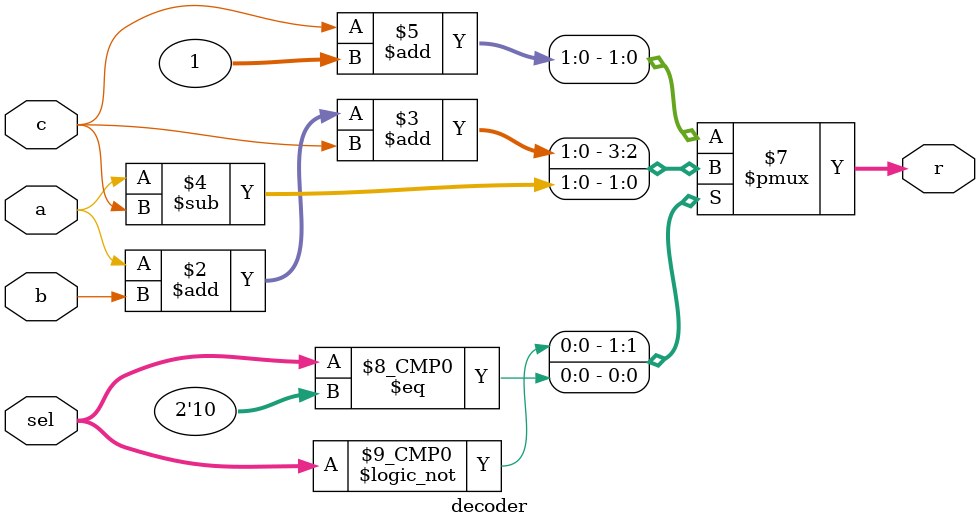
<source format=sv>
module decoder(
  input  logic [1:0] sel,
  input  logic       a, b, c,
  output logic [1:0] r
);

  always_comb begin
    case(sel)
      2'b00:    r = a + b + c;
      2'b10:    r = a - c;
      default:  r = c + 1;
    endcase
  end

endmodule

</source>
